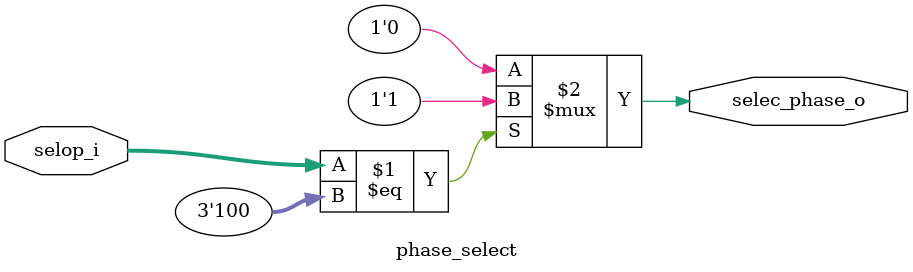
<source format=v>
module phase_select(selop_i, selec_phase_o);

input [2:0] selop_i;
wire [2:0] selop_i;
output selec_phase_o;
wire selec_phase_o;

assign selec_phase_o = (selop_i == 3'b100) ? 1'b1 : 1'b0;

endmodule
</source>
